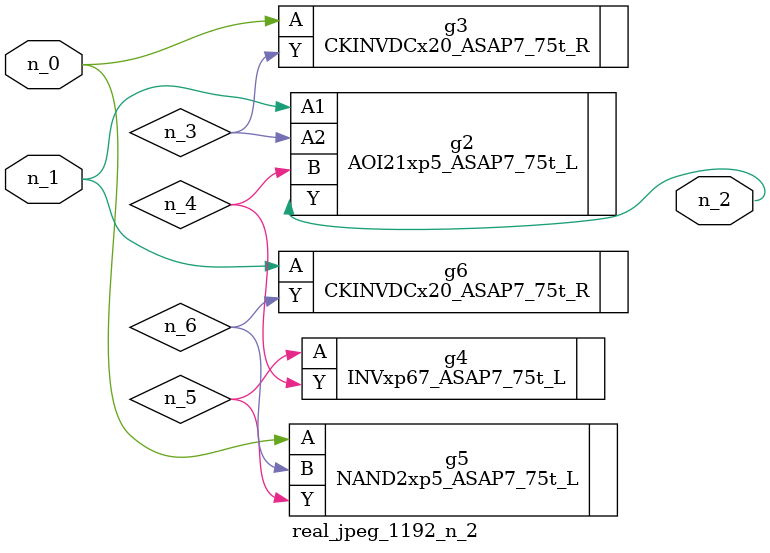
<source format=v>
module real_jpeg_1192_n_2 (n_1, n_0, n_2);

input n_1;
input n_0;

output n_2;

wire n_5;
wire n_4;
wire n_6;
wire n_3;

CKINVDCx20_ASAP7_75t_R g3 ( 
.A(n_0),
.Y(n_3)
);

NAND2xp5_ASAP7_75t_L g5 ( 
.A(n_0),
.B(n_6),
.Y(n_5)
);

AOI21xp5_ASAP7_75t_L g2 ( 
.A1(n_1),
.A2(n_3),
.B(n_4),
.Y(n_2)
);

CKINVDCx20_ASAP7_75t_R g6 ( 
.A(n_1),
.Y(n_6)
);

INVxp67_ASAP7_75t_L g4 ( 
.A(n_5),
.Y(n_4)
);


endmodule
</source>
